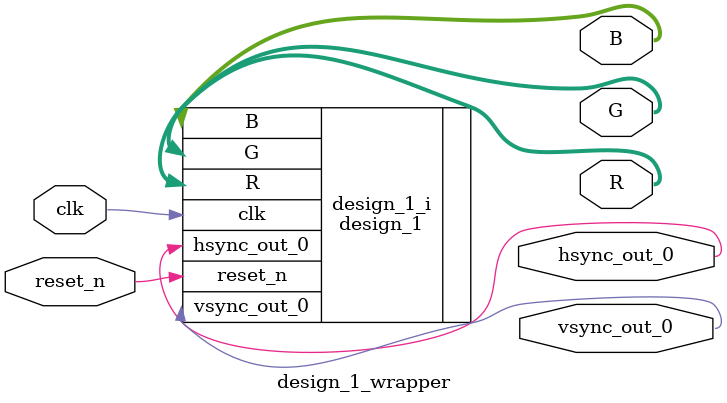
<source format=v>
`timescale 1 ps / 1 ps

module design_1_wrapper
   (B,
    G,
    R,
    clk,
    hsync_out_0,
    reset_n,
    vsync_out_0);
  output [3:0]B;
  output [3:0]G;
  output [3:0]R;
  input clk;
  output hsync_out_0;
  input reset_n;
  output vsync_out_0;

  wire [3:0]B;
  wire [3:0]G;
  wire [3:0]R;
  wire clk;
  wire hsync_out_0;
  wire reset_n;
  wire vsync_out_0;

  design_1 design_1_i
       (.B(B),
        .G(G),
        .R(R),
        .clk(clk),
        .hsync_out_0(hsync_out_0),
        .reset_n(reset_n),
        .vsync_out_0(vsync_out_0));
endmodule

</source>
